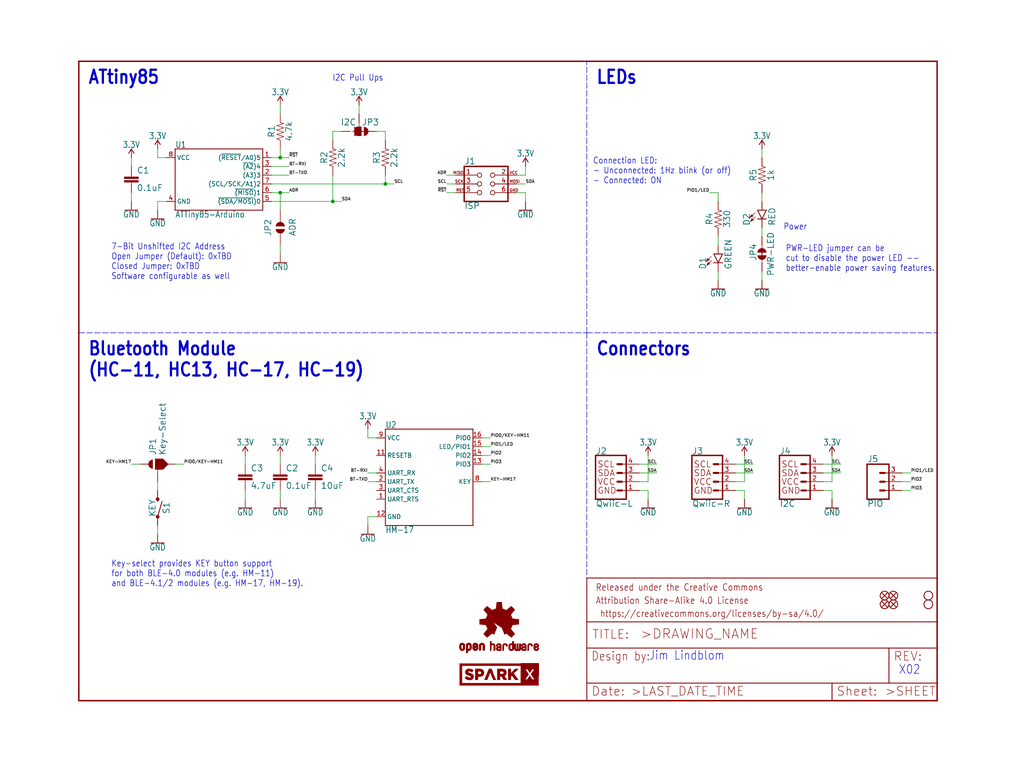
<source format=kicad_sch>
(kicad_sch (version 20211123) (generator eeschema)
  (paper "User" 297.002 223.926)
  (lib_symbols
    (symbol "eagleSchem-eagle-import:0.1UF-0603-25V-(+80{slash}-20%)"
      (property "Reference" "C" (at 1.524 2.921 0))
      (property "Value" "0.1UF-0603-25V-(+80{slash}-20%)" (at 1.524 -2.159 0))
      (symbol "0.1UF-0603-25V-(+80{slash}-20%)_1_0"
        (pin passive line (at 0 5.08 270) (length 2.54) (name "1") (number "1"))
        (pin passive line (at 0 -2.54 90) (length 2.54) (name "2") (number "2"))
      )
    )
    (symbol "eagleSchem-eagle-import:10UF-0603-6.3V-20%"
      (property "Reference" "C" (at 1.524 2.921 0))
      (property "Value" "10UF-0603-6.3V-20%" (at 1.524 -2.159 0))
      (symbol "10UF-0603-6.3V-20%_1_0"
        (pin passive line (at 0 5.08 270) (length 2.54) (name "1") (number "1"))
        (pin passive line (at 0 -2.54 90) (length 2.54) (name "2") (number "2"))
      )
    )
    (symbol "eagleSchem-eagle-import:1KOHM-0603-1{slash}10W-1%"
      (property "Reference" "R" (at 0 1.524 0))
      (property "Value" "1KOHM-0603-1{slash}10W-1%" (at 0 -1.524 0))
      (symbol "1KOHM-0603-1{slash}10W-1%_1_0"
        (pin passive line (at -5.08 0 0) (length 2.54) (name "1") (number "1"))
        (pin passive line (at 5.08 0 180) (length 2.54) (name "2") (number "2"))
      )
    )
    (symbol "eagleSchem-eagle-import:2.2KOHM-0603-1{slash}10W-1%"
      (property "Reference" "R" (at 0 1.524 0))
      (property "Value" "2.2KOHM-0603-1{slash}10W-1%" (at 0 -1.524 0))
      (symbol "2.2KOHM-0603-1{slash}10W-1%_1_0"
        (pin passive line (at -5.08 0 0) (length 2.54) (name "1") (number "1"))
        (pin passive line (at 5.08 0 180) (length 2.54) (name "2") (number "2"))
      )
    )
    (symbol "eagleSchem-eagle-import:3.3V" (power)
      (property "Value" "3.3V" (at 0 2.794 0))
      (symbol "3.3V_1_0"
        (pin power_in line (at 0 0 90) (length 2.54) (name "3.3V") (number "1"))
      )
    )
    (symbol "eagleSchem-eagle-import:330OHM-0603-1{slash}10W-1%"
      (property "Reference" "R" (at 0 1.524 0))
      (property "Value" "330OHM-0603-1{slash}10W-1%" (at 0 -1.524 0))
      (symbol "330OHM-0603-1{slash}10W-1%_1_0"
        (pin passive line (at -5.08 0 0) (length 2.54) (name "1") (number "1"))
        (pin passive line (at 5.08 0 180) (length 2.54) (name "2") (number "2"))
      )
    )
    (symbol "eagleSchem-eagle-import:4.7KOHM-0603-1{slash}10W-1%"
      (property "Reference" "R" (at 0 1.524 0))
      (property "Value" "4.7KOHM-0603-1{slash}10W-1%" (at 0 -1.524 0))
      (symbol "4.7KOHM-0603-1{slash}10W-1%_1_0"
        (pin passive line (at -5.08 0 0) (length 2.54) (name "1") (number "1"))
        (pin passive line (at 5.08 0 180) (length 2.54) (name "2") (number "2"))
      )
    )
    (symbol "eagleSchem-eagle-import:4.7UF-0603-6.3V-(10%)"
      (property "Reference" "C" (at 1.524 2.921 0))
      (property "Value" "4.7UF-0603-6.3V-(10%)" (at 1.524 -2.159 0))
      (symbol "4.7UF-0603-6.3V-(10%)_1_0"
        (pin passive line (at 0 5.08 270) (length 2.54) (name "1") (number "1"))
        (pin passive line (at 0 -2.54 90) (length 2.54) (name "2") (number "2"))
      )
    )
    (symbol "eagleSchem-eagle-import:ATTINY85-ARDUINOTINY85-20-SMT"
      (property "Reference" "U" (at -12.7 10.414 0))
      (property "Value" "ATTINY85-ARDUINOTINY85-20-SMT" (at -12.7 -7.874 0))
      (symbol "ATTINY85-ARDUINOTINY85-20-SMT_1_0"
        (pin bidirectional line (at 15.24 7.62 180) (length 2.54) (name "(~{RESET}/A0)5") (number "1"))
        (pin bidirectional line (at 15.24 2.54 180) (length 2.54) (name "(A3)3") (number "2"))
        (pin bidirectional line (at 15.24 5.08 180) (length 2.54) (name "~{(A2})4") (number "3"))
        (pin bidirectional line (at -15.24 -5.08 0) (length 2.54) (name "GND") (number "4"))
        (pin bidirectional line (at 15.24 -5.08 180) (length 2.54) (name "~{(SDA/MOSI})0") (number "5"))
        (pin bidirectional line (at 15.24 -2.54 180) (length 2.54) (name "~{(MISO})1") (number "6"))
        (pin bidirectional line (at 15.24 0 180) (length 2.54) (name "(SCL/SCK/A1)2") (number "7"))
        (pin bidirectional line (at -15.24 7.62 0) (length 2.54) (name "VCC") (number "8"))
      )
    )
    (symbol "eagleSchem-eagle-import:AVR_SPI_PROG_3X2TESTPOINTS"
      (property "Reference" "J" (at -5.08 5.588 0))
      (property "Value" "AVR_SPI_PROG_3X2TESTPOINTS" (at -5.08 -7.366 0))
      (symbol "AVR_SPI_PROG_3X2TESTPOINTS_1_0"
        (text "GND" (at 8.001 -2.286 0) (effects (font (size 0.8128 0.8128)) (justify left bottom)))
        (text "MISO" (at -5.207 2.794 0) (effects (font (size 0.8128 0.8128)) (justify right bottom)))
        (text "MOSI" (at 8.001 0.254 0) (effects (font (size 0.8128 0.8128)) (justify left bottom)))
        (text "RST" (at -5.08 -2.286 0) (effects (font (size 0.8128 0.8128)) (justify right bottom)))
        (text "SCK" (at -5.207 0.254 0) (effects (font (size 0.8128 0.8128)) (justify right bottom)))
        (text "VCC" (at 8.001 2.794 0) (effects (font (size 0.8128 0.8128)) (justify left bottom)))
        (pin passive inverted (at -7.62 2.54 0) (length 7.62) (name "1") (number "1"))
        (pin passive inverted (at 10.16 2.54 180) (length 7.62) (name "2") (number "2"))
        (pin passive inverted (at -7.62 0 0) (length 7.62) (name "3") (number "3"))
        (pin passive inverted (at 10.16 0 180) (length 7.62) (name "4") (number "4"))
        (pin passive inverted (at -7.62 -2.54 0) (length 7.62) (name "5") (number "5"))
        (pin passive inverted (at 10.16 -2.54 180) (length 7.62) (name "6") (number "6"))
      )
    )
    (symbol "eagleSchem-eagle-import:CONN_031X03_NO_SILK"
      (property "Reference" "J" (at -2.54 5.588 0))
      (property "Value" "CONN_031X03_NO_SILK" (at -2.54 -7.366 0))
      (symbol "CONN_031X03_NO_SILK_1_0"
        (pin passive line (at 7.62 -2.54 180) (length 5.08) (name "1") (number "1"))
        (pin passive line (at 7.62 0 180) (length 5.08) (name "2") (number "2"))
        (pin passive line (at 7.62 2.54 180) (length 5.08) (name "3") (number "3"))
      )
    )
    (symbol "eagleSchem-eagle-import:FIDUCIALUFIDUCIAL")
    (symbol "eagleSchem-eagle-import:FRAME-LETTER"
      (symbol "FRAME-LETTER_2_0"
        (text " https://creativecommons.org/licenses/by-sa/4.0/" (at 2.54 24.13 0) (effects (font (size 1.9304 1.6408)) (justify left bottom)))
        (text ">DRAWING_NAME" (at 15.494 17.78 0) (effects (font (size 2.7432 2.7432)) (justify left bottom)))
        (text ">LAST_DATE_TIME" (at 12.7 1.27 0) (effects (font (size 2.54 2.54)) (justify left bottom)))
        (text ">SHEET" (at 86.36 1.27 0) (effects (font (size 2.54 2.54)) (justify left bottom)))
        (text "Attribution Share-Alike 4.0 License" (at 2.54 27.94 0) (effects (font (size 1.9304 1.6408)) (justify left bottom)))
        (text "Date:" (at 1.27 1.27 0) (effects (font (size 2.54 2.54)) (justify left bottom)))
        (text "Design by:" (at 1.27 11.43 0) (effects (font (size 2.54 2.159)) (justify left bottom)))
        (text "Released under the Creative Commons" (at 2.54 31.75 0) (effects (font (size 1.9304 1.6408)) (justify left bottom)))
        (text "REV:" (at 88.9 11.43 0) (effects (font (size 2.54 2.54)) (justify left bottom)))
        (text "Sheet:" (at 72.39 1.27 0) (effects (font (size 2.54 2.54)) (justify left bottom)))
        (text "TITLE:" (at 1.524 17.78 0) (effects (font (size 2.54 2.54)) (justify left bottom)))
      )
    )
    (symbol "eagleSchem-eagle-import:GND" (power)
      (property "Value" "GND" (at 0 -0.254 0))
      (symbol "GND_1_0"
        (pin power_in line (at 0 2.54 270) (length 2.54) (name "GND") (number "1"))
      )
    )
    (symbol "eagleSchem-eagle-import:HM-17"
      (property "Reference" "U" (at -12.7 15.494 0))
      (property "Value" "HM-17" (at -12.7 -12.954 0))
      (symbol "HM-17_1_0"
        (pin bidirectional line (at -15.24 -5.08 0) (length 2.54) (name "UART_RTS") (number "1"))
        (pin bidirectional line (at -15.24 7.62 0) (length 2.54) (name "RESETB") (number "11"))
        (pin bidirectional line (at -15.24 -10.16 0) (length 2.54) (name "GND") (number "12"))
        (pin bidirectional line (at 15.24 5.08 180) (length 2.54) (name "PIO3") (number "13"))
        (pin bidirectional line (at 15.24 7.62 180) (length 2.54) (name "PIO2") (number "14"))
        (pin bidirectional line (at 15.24 10.16 180) (length 2.54) (name "LED/PIO1") (number "15"))
        (pin bidirectional line (at 15.24 12.7 180) (length 2.54) (name "PIO0") (number "16"))
        (pin bidirectional line (at -15.24 0 0) (length 2.54) (name "UART_TX") (number "2"))
        (pin bidirectional line (at -15.24 -2.54 0) (length 2.54) (name "UART_CTS") (number "3"))
        (pin bidirectional line (at -15.24 2.54 0) (length 2.54) (name "UART_RX") (number "4"))
        (pin bidirectional line (at 15.24 0 180) (length 2.54) (name "KEY") (number "8"))
        (pin bidirectional line (at -15.24 12.7 0) (length 2.54) (name "VCC") (number "9"))
      )
    )
    (symbol "eagleSchem-eagle-import:I2C_STANDARD_NO_SILK"
      (property "Reference" "J" (at -5.08 7.874 0))
      (property "Value" "I2C_STANDARD_NO_SILK" (at -5.08 -5.334 0))
      (symbol "I2C_STANDARD_NO_SILK_1_0"
        (text "GND" (at -4.572 -2.54 0) (effects (font (size 1.778 1.778)) (justify left)))
        (text "SCL" (at -4.572 5.08 0) (effects (font (size 1.778 1.778)) (justify left)))
        (text "SDA" (at -4.572 2.54 0) (effects (font (size 1.778 1.778)) (justify left)))
        (text "VCC" (at -4.572 0 0) (effects (font (size 1.778 1.778)) (justify left)))
        (pin power_in line (at 7.62 -2.54 180) (length 5.08) (name "GND") (number "1"))
        (pin power_in line (at 7.62 0 180) (length 5.08) (name "VCC") (number "2"))
        (pin passive line (at 7.62 2.54 180) (length 5.08) (name "SDA") (number "3"))
        (pin passive line (at 7.62 5.08 180) (length 5.08) (name "SCL") (number "4"))
      )
    )
    (symbol "eagleSchem-eagle-import:JUMPER-SMT_2_NC_TRACE_NO-SILK"
      (property "Reference" "JP" (at -2.54 2.54 0))
      (property "Value" "JUMPER-SMT_2_NC_TRACE_NO-SILK" (at -2.54 -2.54 0))
      (symbol "JUMPER-SMT_2_NC_TRACE_NO-SILK_1_0"
        (pin passive line (at -5.08 0 0) (length 2.54) (name "1") (number "1"))
        (pin passive line (at 5.08 0 180) (length 2.54) (name "2") (number "2"))
      )
    )
    (symbol "eagleSchem-eagle-import:JUMPER-SMT_2_NO_NO-SILK"
      (property "Reference" "JP" (at -2.54 2.54 0))
      (property "Value" "JUMPER-SMT_2_NO_NO-SILK" (at -2.54 -2.54 0))
      (symbol "JUMPER-SMT_2_NO_NO-SILK_1_0"
        (pin passive line (at -5.08 0 0) (length 2.54) (name "1") (number "1"))
        (pin passive line (at 5.08 0 180) (length 2.54) (name "2") (number "2"))
      )
    )
    (symbol "eagleSchem-eagle-import:JUMPER-SMT_3_1-NC_PASTE_NO-SILK"
      (property "Reference" "JP" (at 2.54 0.381 0))
      (property "Value" "JUMPER-SMT_3_1-NC_PASTE_NO-SILK" (at 2.54 -0.381 0))
      (symbol "JUMPER-SMT_3_1-NC_PASTE_NO-SILK_1_0"
        (pin passive line (at 0 5.08 270) (length 2.54) (name "1") (number "1"))
        (pin passive line (at -5.08 0 0) (length 2.54) (name "2") (number "2"))
        (pin passive line (at 0 -5.08 90) (length 2.54) (name "3") (number "3"))
      )
    )
    (symbol "eagleSchem-eagle-import:JUMPER-SMT_3_2-NC_TRACE_NO-SILK"
      (property "Reference" "JP" (at 2.54 0.381 0))
      (property "Value" "JUMPER-SMT_3_2-NC_TRACE_NO-SILK" (at 2.54 -0.381 0))
      (symbol "JUMPER-SMT_3_2-NC_TRACE_NO-SILK_1_0"
        (pin passive line (at 0 5.08 270) (length 2.54) (name "1") (number "1"))
        (pin passive line (at -5.08 0 0) (length 2.54) (name "2") (number "2"))
        (pin passive line (at 0 -5.08 90) (length 2.54) (name "3") (number "3"))
      )
    )
    (symbol "eagleSchem-eagle-import:LED-GREEN0603"
      (property "Reference" "D" (at -3.429 -4.572 90))
      (property "Value" "LED-GREEN0603" (at 1.905 -4.572 90))
      (symbol "LED-GREEN0603_1_0"
        (pin passive line (at 0 2.54 270) (length 2.54) (name "A") (number "A"))
        (pin passive line (at 0 -5.08 90) (length 2.54) (name "C") (number "C"))
      )
    )
    (symbol "eagleSchem-eagle-import:LED-RED0603"
      (property "Reference" "D" (at -3.429 -4.572 90))
      (property "Value" "LED-RED0603" (at 1.905 -4.572 90))
      (symbol "LED-RED0603_1_0"
        (pin passive line (at 0 2.54 270) (length 2.54) (name "A") (number "A"))
        (pin passive line (at 0 -5.08 90) (length 2.54) (name "C") (number "C"))
      )
    )
    (symbol "eagleSchem-eagle-import:MOMENTARY-SWITCH-SPST-SMD-4.6X2.8MM"
      (property "Reference" "S" (at 0 1.524 0))
      (property "Value" "MOMENTARY-SWITCH-SPST-SMD-4.6X2.8MM" (at 0 -0.508 0))
      (symbol "MOMENTARY-SWITCH-SPST-SMD-4.6X2.8MM_1_0"
        (pin passive line (at -5.08 0 0) (length 2.54) (name "1") (number "1"))
        (pin passive line (at -5.08 0 0) (length 2.54) (name "1") (number "2"))
        (pin passive line (at 5.08 0 180) (length 2.54) (name "2") (number "3"))
        (pin passive line (at 5.08 0 180) (length 2.54) (name "2") (number "4"))
      )
    )
    (symbol "eagleSchem-eagle-import:OSHW-LOGOMINI")
    (symbol "eagleSchem-eagle-import:QWIIC_CONNECTORJS-1MM"
      (property "Reference" "J" (at -5.08 7.874 0))
      (property "Value" "QWIIC_CONNECTORJS-1MM" (at -5.08 -5.334 0))
      (symbol "QWIIC_CONNECTORJS-1MM_1_0"
        (text "GND" (at -4.572 -2.54 0) (effects (font (size 1.778 1.778)) (justify left)))
        (text "SCL" (at -4.572 5.08 0) (effects (font (size 1.778 1.778)) (justify left)))
        (text "SDA" (at -4.572 2.54 0) (effects (font (size 1.778 1.778)) (justify left)))
        (text "VCC" (at -4.572 0 0) (effects (font (size 1.778 1.778)) (justify left)))
        (pin power_in line (at 7.62 -2.54 180) (length 5.08) (name "1") (number "1"))
        (pin power_in line (at 7.62 0 180) (length 5.08) (name "2") (number "2"))
        (pin passive line (at 7.62 2.54 180) (length 5.08) (name "3") (number "3"))
        (pin passive line (at 7.62 5.08 180) (length 5.08) (name "4") (number "4"))
      )
    )
    (symbol "eagleSchem-eagle-import:SPARKX-LOGO4")
    (symbol "eagleSchem-eagle-import:STAND-OFF")
  )
  (junction (at 81.28 45.72))
  (junction (at 81.28 55.88))
  (junction (at 96.52 58.42))
  (junction (at 111.76 53.34))
  (wire (pts (xy 45.72 154.94) (xy 45.72 152.4)))
  (wire (pts (xy 238.76 142.24) (xy 241.3 142.24)))
  (wire (pts (xy 208.28 58.42) (xy 208.28 55.88)))
  (wire (pts (xy 238.76 137.16) (xy 243.84 137.16)))
  (wire (pts (xy 106.68 149.86) (xy 106.68 152.4)))
  (polyline (pts (xy 170.18 96.52) (xy 271.78 96.52)))
  (wire (pts (xy 81.28 55.88) (xy 83.82 55.88)))
  (wire (pts (xy 71.12 132.08) (xy 71.12 134.62)))
  (wire (pts (xy 99.06 38.1) (xy 96.52 38.1)))
  (wire (pts (xy 241.3 139.7) (xy 241.3 132.08)))
  (wire (pts (xy 50.8 134.62) (xy 53.34 134.62)))
  (wire (pts (xy 109.22 127) (xy 106.68 127)))
  (wire (pts (xy 208.28 71.12) (xy 208.28 68.58)))
  (wire (pts (xy 96.52 50.8) (xy 96.52 58.42)))
  (wire (pts (xy 261.62 139.7) (xy 264.16 139.7)))
  (wire (pts (xy 238.76 134.62) (xy 243.84 134.62)))
  (wire (pts (xy 215.9 142.24) (xy 215.9 144.78)))
  (wire (pts (xy 109.22 137.16) (xy 106.68 137.16)))
  (wire (pts (xy 81.28 55.88) (xy 81.28 60.96)))
  (wire (pts (xy 109.22 38.1) (xy 111.76 38.1)))
  (wire (pts (xy 238.76 139.7) (xy 241.3 139.7)))
  (wire (pts (xy 132.08 55.88) (xy 129.54 55.88)))
  (wire (pts (xy 187.96 142.24) (xy 187.96 144.78)))
  (wire (pts (xy 81.28 45.72) (xy 81.28 43.18)))
  (wire (pts (xy 215.9 139.7) (xy 215.9 132.08)))
  (wire (pts (xy 185.42 139.7) (xy 187.96 139.7)))
  (wire (pts (xy 111.76 38.1) (xy 111.76 40.64)))
  (wire (pts (xy 187.96 139.7) (xy 187.96 132.08)))
  (wire (pts (xy 139.7 139.7) (xy 142.24 139.7)))
  (wire (pts (xy 152.4 55.88) (xy 152.4 58.42)))
  (wire (pts (xy 91.44 144.78) (xy 91.44 142.24)))
  (wire (pts (xy 45.72 142.24) (xy 45.72 139.7)))
  (wire (pts (xy 241.3 142.24) (xy 241.3 144.78)))
  (wire (pts (xy 220.98 78.74) (xy 220.98 81.28)))
  (wire (pts (xy 78.74 50.8) (xy 83.82 50.8)))
  (wire (pts (xy 48.26 45.72) (xy 45.72 45.72)))
  (wire (pts (xy 185.42 142.24) (xy 187.96 142.24)))
  (wire (pts (xy 45.72 58.42) (xy 45.72 60.96)))
  (polyline (pts (xy 170.18 96.52) (xy 170.18 167.64)))
  (wire (pts (xy 78.74 48.26) (xy 83.82 48.26)))
  (wire (pts (xy 213.36 139.7) (xy 215.9 139.7)))
  (wire (pts (xy 208.28 55.88) (xy 205.74 55.88)))
  (wire (pts (xy 45.72 45.72) (xy 45.72 43.18)))
  (wire (pts (xy 109.22 139.7) (xy 106.68 139.7)))
  (wire (pts (xy 185.42 134.62) (xy 190.5 134.62)))
  (wire (pts (xy 96.52 58.42) (xy 99.06 58.42)))
  (wire (pts (xy 132.08 53.34) (xy 129.54 53.34)))
  (wire (pts (xy 81.28 30.48) (xy 81.28 33.02)))
  (wire (pts (xy 111.76 53.34) (xy 114.3 53.34)))
  (wire (pts (xy 78.74 58.42) (xy 96.52 58.42)))
  (wire (pts (xy 38.1 48.26) (xy 38.1 45.72)))
  (wire (pts (xy 149.86 53.34) (xy 152.4 53.34)))
  (wire (pts (xy 91.44 132.08) (xy 91.44 134.62)))
  (wire (pts (xy 40.64 134.62) (xy 38.1 134.62)))
  (wire (pts (xy 139.7 132.08) (xy 142.24 132.08)))
  (wire (pts (xy 104.14 33.02) (xy 104.14 30.48)))
  (wire (pts (xy 213.36 142.24) (xy 215.9 142.24)))
  (wire (pts (xy 139.7 127) (xy 142.24 127)))
  (wire (pts (xy 106.68 127) (xy 106.68 124.46)))
  (wire (pts (xy 220.98 58.42) (xy 220.98 55.88)))
  (wire (pts (xy 220.98 45.72) (xy 220.98 43.18)))
  (wire (pts (xy 149.86 50.8) (xy 152.4 50.8)))
  (wire (pts (xy 139.7 134.62) (xy 142.24 134.62)))
  (wire (pts (xy 111.76 50.8) (xy 111.76 53.34)))
  (wire (pts (xy 38.1 55.88) (xy 38.1 58.42)))
  (wire (pts (xy 81.28 132.08) (xy 81.28 134.62)))
  (wire (pts (xy 78.74 55.88) (xy 81.28 55.88)))
  (wire (pts (xy 71.12 144.78) (xy 71.12 142.24)))
  (wire (pts (xy 78.74 45.72) (xy 81.28 45.72)))
  (wire (pts (xy 213.36 134.62) (xy 218.44 134.62)))
  (wire (pts (xy 220.98 68.58) (xy 220.98 66.04)))
  (wire (pts (xy 261.62 137.16) (xy 264.16 137.16)))
  (wire (pts (xy 48.26 58.42) (xy 45.72 58.42)))
  (polyline (pts (xy 22.86 96.52) (xy 170.18 96.52)))
  (wire (pts (xy 132.08 50.8) (xy 129.54 50.8)))
  (wire (pts (xy 152.4 48.26) (xy 152.4 50.8)))
  (wire (pts (xy 149.86 55.88) (xy 152.4 55.88)))
  (wire (pts (xy 81.28 45.72) (xy 83.82 45.72)))
  (wire (pts (xy 185.42 137.16) (xy 190.5 137.16)))
  (wire (pts (xy 109.22 149.86) (xy 106.68 149.86)))
  (wire (pts (xy 96.52 38.1) (xy 96.52 40.64)))
  (wire (pts (xy 208.28 81.28) (xy 208.28 78.74)))
  (wire (pts (xy 261.62 142.24) (xy 264.16 142.24)))
  (wire (pts (xy 213.36 137.16) (xy 218.44 137.16)))
  (polyline (pts (xy 170.18 96.52) (xy 170.18 17.78)))
  (wire (pts (xy 111.76 53.34) (xy 78.74 53.34)))
  (wire (pts (xy 139.7 129.54) (xy 142.24 129.54)))
  (wire (pts (xy 81.28 144.78) (xy 81.28 142.24)))
  (wire (pts (xy 81.28 71.12) (xy 81.28 73.66)))
  (text "7-Bit Unshifted I2C Address\nOpen Jumper (Default): 0xTBD\nClosed Jumper: 0xTBD\nSoftware configurable as well" (at 32.258 81.28 180) (effects (font (size 1.778 1.5113)) (justify left bottom)))
  (text "Connection LED:\n- Unconnected: 1Hz blink (or off)\n- Connected: ON" (at 171.958 45.72 180) (effects (font (size 1.778 1.5113)) (justify left top)))
  (text "X02" (at 260.604 195.834 180) (effects (font (size 2.54 2.159)) (justify left bottom)))
  (text "ATtiny85" (at 25.4 20.32 180) (effects (font (size 3.81 3.2385) (thickness 0.6477) bold) (justify left top)))
  (text "I2C Pull Ups" (at 96.393 23.749 180) (effects (font (size 1.778 1.5113)) (justify left bottom)))
  (text "LEDs" (at 172.72 20.32 180) (effects (font (size 3.81 3.2385) (thickness 0.6477) bold) (justify left top)))
  (text "Key-select provides KEY button support\nfor both BLE-4.0 modules (e.g. HM-11)\nand BLE-4.1/2 modules (e.g. HM-17, HM-19)." (at 32.258 162.56 180) (effects (font (size 1.778 1.5113)) (justify left top)))
  (text "PWR-LED jumper can be\ncut to disable the power LED --\nbetter-enable power saving features." (at 227.838 71.12 180) (effects (font (size 1.778 1.5113)) (justify left top)))
  (text "Connectors" (at 172.72 99.06 180) (effects (font (size 3.81 3.2385) (thickness 0.6477) bold) (justify left top)))
  (text "Jim Lindblom" (at 188.214 191.77 180) (effects (font (size 2.54 2.159)) (justify left bottom)))
  (text "Power" (at 227.203 66.929 180) (effects (font (size 1.778 1.5113)) (justify left bottom)))
  (text "Bluetooth Module\n(HC-11, HC13, HC-17, HC-19)" (at 25.4 99.06 180) (effects (font (size 3.81 3.2385) (thickness 0.6477) bold) (justify left top)))
  (label "SCL" (at 129.54 53.34 180) (effects (font (size 0.889 0.889))))
  (label "PIO1/LED" (at 205.74 55.88 180) (effects (font (size 0.889 0.889))))
  (label "~{RST}" (at 83.82 45.72 0) (effects (font (size 0.889 0.889))))
  (label "BT-RXI" (at 83.82 48.26 0) (effects (font (size 0.889 0.889))))
  (label "PIO2" (at 264.16 139.7 0) (effects (font (size 0.889 0.889))))
  (label "SCL" (at 114.3 53.34 0) (effects (font (size 0.889 0.889))))
  (label "SDA" (at 218.44 137.16 180) (effects (font (size 0.889 0.889))))
  (label "BT-RXI" (at 106.68 137.16 180) (effects (font (size 0.889 0.889))))
  (label "SCL" (at 190.5 134.62 180) (effects (font (size 0.889 0.889))))
  (label "~{RST}" (at 129.54 55.88 180) (effects (font (size 0.889 0.889))))
  (label "SCL" (at 243.84 134.62 180) (effects (font (size 0.889 0.889))))
  (label "PIO1/LED" (at 264.16 137.16 0) (effects (font (size 0.889 0.889))))
  (label "KEY-HM17" (at 38.1 134.62 180) (effects (font (size 0.889 0.889))))
  (label "PIO0/KEY-HM11" (at 142.24 127 0) (effects (font (size 0.889 0.889))))
  (label "SDA" (at 152.4 53.34 0) (effects (font (size 0.889 0.889))))
  (label "SDA" (at 99.06 58.42 0) (effects (font (size 0.889 0.889))))
  (label "PIO0/KEY-HM11" (at 53.34 134.62 0) (effects (font (size 0.889 0.889))))
  (label "SCL" (at 218.44 134.62 180) (effects (font (size 0.889 0.889))))
  (label "ADR" (at 129.54 50.8 180) (effects (font (size 0.889 0.889))))
  (label "PIO1/LED" (at 142.24 129.54 0) (effects (font (size 0.889 0.889))))
  (label "PIO2" (at 142.24 132.08 0) (effects (font (size 0.889 0.889))))
  (label "SDA" (at 243.84 137.16 180) (effects (font (size 0.889 0.889))))
  (label "PIO3" (at 264.16 142.24 0) (effects (font (size 0.889 0.889))))
  (label "BT-TXO" (at 106.68 139.7 180) (effects (font (size 0.889 0.889))))
  (label "SDA" (at 190.5 137.16 180) (effects (font (size 0.889 0.889))))
  (label "ADR" (at 83.82 55.88 0) (effects (font (size 0.889 0.889))))
  (label "PIO3" (at 142.24 134.62 0) (effects (font (size 0.889 0.889))))
  (label "BT-TXO" (at 83.82 50.8 0) (effects (font (size 0.889 0.889))))
  (label "KEY-HM17" (at 142.24 139.7 0) (effects (font (size 0.889 0.889))))
  (symbol (lib_id "eagleSchem-eagle-import:GND") (at 208.28 83.82 0) (unit 1)
    (property "Reference" "#GND9" (effects hide))
    (property "Value" "GND" (at 208.28 84.074 0) (effects (font (size 1.778 1.5113)) (justify top)))
    (property "Footprint" "eagleSchem:" (effects hide))
  )
  (symbol (lib_id "eagleSchem-eagle-import:3.3V") (at 38.1 45.72 0) (unit 1)
    (property "Reference" "#SUPPLY1" (effects hide))
    (property "Value" "3.3V" (at 38.1 42.926 0) (effects (font (size 1.778 1.5113)) (justify bottom)))
    (property "Footprint" "eagleSchem:" (effects hide))
  )
  (symbol (lib_id "eagleSchem-eagle-import:3.3V") (at 81.28 30.48 0) (unit 1)
    (property "Reference" "#SUPPLY3" (effects hide))
    (property "Value" "3.3V" (at 81.28 27.686 0) (effects (font (size 1.778 1.5113)) (justify bottom)))
    (property "Footprint" "eagleSchem:" (effects hide))
  )
  (symbol (lib_id "eagleSchem-eagle-import:QWIIC_CONNECTORJS-1MM") (at 177.8 139.7 0) (unit 1)
    (property "Reference" "J2" (at 172.72 131.826 0) (effects (font (size 1.778 1.778)) (justify left bottom)))
    (property "Value" "Qwiic-L" (at 172.72 145.034 0) (effects (font (size 1.778 1.778)) (justify left top)))
    (property "Footprint" "eagleSchem:1X04_1MM_RA" (effects hide))
  )
  (symbol (lib_id "eagleSchem-eagle-import:QWIIC_CONNECTORJS-1MM") (at 205.74 139.7 0) (unit 1)
    (property "Reference" "J3" (at 200.66 131.826 0) (effects (font (size 1.778 1.778)) (justify left bottom)))
    (property "Value" "Qwiic-R" (at 200.66 145.034 0) (effects (font (size 1.778 1.778)) (justify left top)))
    (property "Footprint" "eagleSchem:1X04_1MM_RA" (effects hide))
  )
  (symbol (lib_id "eagleSchem-eagle-import:3.3V") (at 215.9 132.08 0) (mirror y) (unit 1)
    (property "Reference" "#SUPPLY10" (effects hide))
    (property "Value" "3.3V" (at 215.9 129.286 0) (effects (font (size 1.778 1.5113)) (justify bottom)))
    (property "Footprint" "eagleSchem:" (effects hide))
  )
  (symbol (lib_id "eagleSchem-eagle-import:0.1UF-0603-25V-(+80{slash}-20%)") (at 81.28 139.7 0) (unit 1)
    (property "Reference" "C2" (at 82.804 136.779 0) (effects (font (size 1.778 1.778)) (justify left bottom)))
    (property "Value" "0.1uF" (at 82.804 141.859 0) (effects (font (size 1.778 1.778)) (justify left bottom)))
    (property "Footprint" "eagleSchem:0603" (effects hide))
  )
  (symbol (lib_id "eagleSchem-eagle-import:CONN_031X03_NO_SILK") (at 254 139.7 0) (unit 1)
    (property "Reference" "J5" (at 251.46 134.112 0) (effects (font (size 1.778 1.778)) (justify left bottom)))
    (property "Value" "PIO" (at 251.46 147.066 0) (effects (font (size 1.778 1.778)) (justify left bottom)))
    (property "Footprint" "eagleSchem:1X03_NO_SILK" (effects hide))
  )
  (symbol (lib_id "eagleSchem-eagle-import:GND") (at 71.12 147.32 0) (unit 1)
    (property "Reference" "#GND13" (effects hide))
    (property "Value" "GND" (at 71.12 147.574 0) (effects (font (size 1.778 1.5113)) (justify top)))
    (property "Footprint" "eagleSchem:" (effects hide))
  )
  (symbol (lib_id "eagleSchem-eagle-import:GND") (at 152.4 60.96 0) (unit 1)
    (property "Reference" "#GND7" (effects hide))
    (property "Value" "GND" (at 152.4 61.214 0) (effects (font (size 1.778 1.5113)) (justify top)))
    (property "Footprint" "eagleSchem:" (effects hide))
  )
  (symbol (lib_id "eagleSchem-eagle-import:ATTINY85-ARDUINOTINY85-20-SMT") (at 63.5 53.34 0) (unit 1)
    (property "Reference" "U1" (at 50.8 42.926 0) (effects (font (size 1.778 1.5113)) (justify left bottom)))
    (property "Value" "ATTiny85-Arduino" (at 50.8 61.214 0) (effects (font (size 1.778 1.5113)) (justify left top)))
    (property "Footprint" "eagleSchem:SO08-EIAJ_MCU" (effects hide))
  )
  (symbol (lib_id "eagleSchem-eagle-import:3.3V") (at 152.4 48.26 0) (unit 1)
    (property "Reference" "#SUPPLY7" (effects hide))
    (property "Value" "3.3V" (at 152.4 45.466 0) (effects (font (size 1.778 1.5113)) (justify bottom)))
    (property "Footprint" "eagleSchem:" (effects hide))
  )
  (symbol (lib_id "eagleSchem-eagle-import:330OHM-0603-1{slash}10W-1%") (at 208.28 63.5 90) (unit 1)
    (property "Reference" "R4" (at 206.756 63.5 0) (effects (font (size 1.778 1.778)) (justify bottom)))
    (property "Value" "330" (at 209.804 63.5 0) (effects (font (size 1.778 1.778)) (justify top)))
    (property "Footprint" "eagleSchem:0603" (effects hide))
  )
  (symbol (lib_id "eagleSchem-eagle-import:JUMPER-SMT_3_2-NC_TRACE_NO-SILK") (at 104.14 38.1 270) (unit 1)
    (property "Reference" "JP3" (at 104.902 36.449 90) (effects (font (size 1.778 1.778)) (justify left bottom)))
    (property "Value" "I2C" (at 103.378 36.449 90) (effects (font (size 1.778 1.778)) (justify right bottom)))
    (property "Footprint" "eagleSchem:SMT-JUMPER_3_2-NC_TRACE_NO-SILK" (effects hide))
  )
  (symbol (lib_id "eagleSchem-eagle-import:3.3V") (at 71.12 132.08 0) (unit 1)
    (property "Reference" "#SUPPLY12" (effects hide))
    (property "Value" "3.3V" (at 71.12 129.286 0) (effects (font (size 1.778 1.5113)) (justify bottom)))
    (property "Footprint" "eagleSchem:" (effects hide))
  )
  (symbol (lib_id "eagleSchem-eagle-import:3.3V") (at 220.98 43.18 0) (unit 1)
    (property "Reference" "#SUPPLY9" (effects hide))
    (property "Value" "3.3V" (at 220.98 40.386 0) (effects (font (size 1.778 1.5113)) (justify bottom)))
    (property "Footprint" "eagleSchem:" (effects hide))
  )
  (symbol (lib_id "eagleSchem-eagle-import:4.7UF-0603-6.3V-(10%)") (at 71.12 139.7 0) (unit 1)
    (property "Reference" "C3" (at 72.644 136.779 0) (effects (font (size 1.778 1.778)) (justify left bottom)))
    (property "Value" "4.7uF" (at 72.644 141.859 0) (effects (font (size 1.778 1.778)) (justify left bottom)))
    (property "Footprint" "eagleSchem:0603" (effects hide))
  )
  (symbol (lib_id "eagleSchem-eagle-import:4.7KOHM-0603-1{slash}10W-1%") (at 81.28 38.1 90) (unit 1)
    (property "Reference" "R1" (at 79.756 38.1 0) (effects (font (size 1.778 1.778)) (justify bottom)))
    (property "Value" "4.7k" (at 82.804 38.1 0) (effects (font (size 1.778 1.778)) (justify top)))
    (property "Footprint" "eagleSchem:0603" (effects hide))
  )
  (symbol (lib_id "eagleSchem-eagle-import:GND") (at 241.3 147.32 0) (mirror y) (unit 1)
    (property "Reference" "#GND12" (effects hide))
    (property "Value" "GND" (at 241.3 147.574 0) (effects (font (size 1.778 1.5113)) (justify top)))
    (property "Footprint" "eagleSchem:" (effects hide))
  )
  (symbol (lib_id "eagleSchem-eagle-import:2.2KOHM-0603-1{slash}10W-1%") (at 96.52 45.72 90) (unit 1)
    (property "Reference" "R2" (at 94.996 45.72 0) (effects (font (size 1.778 1.778)) (justify bottom)))
    (property "Value" "2.2k" (at 98.044 45.72 0) (effects (font (size 1.778 1.778)) (justify top)))
    (property "Footprint" "eagleSchem:0603" (effects hide))
  )
  (symbol (lib_id "eagleSchem-eagle-import:GND") (at 45.72 63.5 0) (mirror y) (unit 1)
    (property "Reference" "#GND2" (effects hide))
    (property "Value" "GND" (at 45.72 63.754 0) (effects (font (size 1.778 1.5113)) (justify top)))
    (property "Footprint" "eagleSchem:" (effects hide))
  )
  (symbol (lib_id "eagleSchem-eagle-import:3.3V") (at 106.68 124.46 0) (unit 1)
    (property "Reference" "#SUPPLY5" (effects hide))
    (property "Value" "3.3V" (at 106.68 121.666 0) (effects (font (size 1.778 1.5113)) (justify bottom)))
    (property "Footprint" "eagleSchem:" (effects hide))
  )
  (symbol (lib_id "eagleSchem-eagle-import:STAND-OFF") (at 269.24 175.26 0) (unit 1)
    (property "Reference" "JP12" (effects hide))
    (property "Value" "STAND-OFF" (effects hide))
    (property "Footprint" "eagleSchem:STAND-OFF" (effects hide))
  )
  (symbol (lib_id "eagleSchem-eagle-import:JUMPER-SMT_2_NO_NO-SILK") (at 81.28 66.04 90) (unit 1)
    (property "Reference" "JP2" (at 78.74 68.58 0) (effects (font (size 1.778 1.778)) (justify left bottom)))
    (property "Value" "ADR" (at 83.82 68.58 0) (effects (font (size 1.778 1.778)) (justify left top)))
    (property "Footprint" "eagleSchem:SMT-JUMPER_2_NO_NO-SILK" (effects hide))
  )
  (symbol (lib_id "eagleSchem-eagle-import:0.1UF-0603-25V-(+80{slash}-20%)") (at 38.1 53.34 0) (unit 1)
    (property "Reference" "C1" (at 39.624 50.419 0) (effects (font (size 1.778 1.778)) (justify left bottom)))
    (property "Value" "0.1uF" (at 39.624 55.499 0) (effects (font (size 1.778 1.778)) (justify left bottom)))
    (property "Footprint" "eagleSchem:0603" (effects hide))
  )
  (symbol (lib_id "eagleSchem-eagle-import:GND") (at 91.44 147.32 0) (unit 1)
    (property "Reference" "#GND14" (effects hide))
    (property "Value" "GND" (at 91.44 147.574 0) (effects (font (size 1.778 1.5113)) (justify top)))
    (property "Footprint" "eagleSchem:" (effects hide))
  )
  (symbol (lib_id "eagleSchem-eagle-import:STAND-OFF") (at 269.24 172.72 0) (unit 1)
    (property "Reference" "JP11" (effects hide))
    (property "Value" "STAND-OFF" (effects hide))
    (property "Footprint" "eagleSchem:STAND-OFF" (effects hide))
  )
  (symbol (lib_id "eagleSchem-eagle-import:3.3V") (at 241.3 132.08 0) (mirror y) (unit 1)
    (property "Reference" "#SUPPLY11" (effects hide))
    (property "Value" "3.3V" (at 241.3 129.286 0) (effects (font (size 1.778 1.5113)) (justify bottom)))
    (property "Footprint" "eagleSchem:" (effects hide))
  )
  (symbol (lib_id "eagleSchem-eagle-import:10UF-0603-6.3V-20%") (at 91.44 139.7 0) (unit 1)
    (property "Reference" "C4" (at 92.964 136.779 0) (effects (font (size 1.778 1.778)) (justify left bottom)))
    (property "Value" "10uF" (at 92.964 141.859 0) (effects (font (size 1.778 1.778)) (justify left bottom)))
    (property "Footprint" "eagleSchem:0603" (effects hide))
  )
  (symbol (lib_id "eagleSchem-eagle-import:1KOHM-0603-1{slash}10W-1%") (at 220.98 50.8 90) (unit 1)
    (property "Reference" "R5" (at 219.456 50.8 0) (effects (font (size 1.778 1.778)) (justify bottom)))
    (property "Value" "1k" (at 222.504 50.8 0) (effects (font (size 1.778 1.778)) (justify top)))
    (property "Footprint" "eagleSchem:0603" (effects hide))
  )
  (symbol (lib_id "eagleSchem-eagle-import:FIDUCIALUFIDUCIAL") (at 256.54 172.72 0) (unit 1)
    (property "Reference" "JP5" (effects hide))
    (property "Value" "FIDUCIALUFIDUCIAL" (effects hide))
    (property "Footprint" "eagleSchem:FIDUCIAL-MICRO" (effects hide))
  )
  (symbol (lib_id "eagleSchem-eagle-import:JUMPER-SMT_2_NC_TRACE_NO-SILK") (at 220.98 73.66 90) (unit 1)
    (property "Reference" "JP4" (at 219.456 75.692 0) (effects (font (size 1.778 1.778)) (justify left bottom)))
    (property "Value" "PWR-LED" (at 222.504 73.66 0) (effects (font (size 1.778 1.778)) (justify top)))
    (property "Footprint" "eagleSchem:SMT-JUMPER_2_NC_TRACE_NO-SILK" (effects hide))
  )
  (symbol (lib_id "eagleSchem-eagle-import:OSHW-LOGOMINI") (at 144.78 180.34 0) (unit 1)
    (property "Reference" "LOGO1" (effects hide))
    (property "Value" "OSHW-LOGOMINI" (effects hide))
    (property "Footprint" "eagleSchem:OSHW-LOGO-MINI" (effects hide))
  )
  (symbol (lib_id "eagleSchem-eagle-import:GND") (at 81.28 147.32 0) (unit 1)
    (property "Reference" "#GND5" (effects hide))
    (property "Value" "GND" (at 81.28 147.574 0) (effects (font (size 1.778 1.5113)) (justify top)))
    (property "Footprint" "eagleSchem:" (effects hide))
  )
  (symbol (lib_id "eagleSchem-eagle-import:FIDUCIALUFIDUCIAL") (at 259.08 175.26 0) (unit 1)
    (property "Reference" "JP8" (effects hide))
    (property "Value" "FIDUCIALUFIDUCIAL" (effects hide))
    (property "Footprint" "eagleSchem:FIDUCIAL-MICRO" (effects hide))
  )
  (symbol (lib_id "eagleSchem-eagle-import:FIDUCIALUFIDUCIAL") (at 256.54 175.26 0) (unit 1)
    (property "Reference" "JP6" (effects hide))
    (property "Value" "FIDUCIALUFIDUCIAL" (effects hide))
    (property "Footprint" "eagleSchem:FIDUCIAL-MICRO" (effects hide))
  )
  (symbol (lib_id "eagleSchem-eagle-import:LED-RED0603") (at 220.98 60.96 0) (unit 1)
    (property "Reference" "D2" (at 217.551 65.532 90) (effects (font (size 1.778 1.778)) (justify left bottom)))
    (property "Value" "RED" (at 222.885 65.532 90) (effects (font (size 1.778 1.778)) (justify left top)))
    (property "Footprint" "eagleSchem:LED-0603" (effects hide))
  )
  (symbol (lib_id "eagleSchem-eagle-import:GND") (at 187.96 147.32 0) (mirror y) (unit 1)
    (property "Reference" "#GND8" (effects hide))
    (property "Value" "GND" (at 187.96 147.574 0) (effects (font (size 1.778 1.5113)) (justify top)))
    (property "Footprint" "eagleSchem:" (effects hide))
  )
  (symbol (lib_id "eagleSchem-eagle-import:GND") (at 106.68 154.94 0) (unit 1)
    (property "Reference" "#GND6" (effects hide))
    (property "Value" "GND" (at 106.68 155.194 0) (effects (font (size 1.778 1.5113)) (justify top)))
    (property "Footprint" "eagleSchem:" (effects hide))
  )
  (symbol (lib_id "eagleSchem-eagle-import:GND") (at 38.1 60.96 0) (unit 1)
    (property "Reference" "#GND1" (effects hide))
    (property "Value" "GND" (at 38.1 61.214 0) (effects (font (size 1.778 1.5113)) (justify top)))
    (property "Footprint" "eagleSchem:" (effects hide))
  )
  (symbol (lib_id "eagleSchem-eagle-import:AVR_SPI_PROG_3X2TESTPOINTS") (at 139.7 53.34 0) (unit 1)
    (property "Reference" "J1" (at 134.62 47.752 0) (effects (font (size 1.778 1.778)) (justify left bottom)))
    (property "Value" "ISP" (at 134.62 60.706 0) (effects (font (size 1.778 1.778)) (justify left bottom)))
    (property "Footprint" "eagleSchem:2X3_TEST_POINTS" (effects hide))
  )
  (symbol (lib_id "eagleSchem-eagle-import:FIDUCIALUFIDUCIAL") (at 259.08 172.72 0) (unit 1)
    (property "Reference" "JP7" (effects hide))
    (property "Value" "FIDUCIALUFIDUCIAL" (effects hide))
    (property "Footprint" "eagleSchem:FIDUCIAL-MICRO" (effects hide))
  )
  (symbol (lib_id "eagleSchem-eagle-import:MOMENTARY-SWITCH-SPST-SMD-4.6X2.8MM") (at 45.72 147.32 270) (mirror x) (unit 1)
    (property "Reference" "S1" (at 47.244 147.32 0) (effects (font (size 1.778 1.778)) (justify bottom)))
    (property "Value" "KEY" (at 45.212 147.32 0) (effects (font (size 1.778 1.778)) (justify top)))
    (property "Footprint" "eagleSchem:TACTILE_SWITCH_SMD_4.6X2.8MM" (effects hide))
  )
  (symbol (lib_id "eagleSchem-eagle-import:2.2KOHM-0603-1{slash}10W-1%") (at 111.76 45.72 90) (unit 1)
    (property "Reference" "R3" (at 110.236 45.72 0) (effects (font (size 1.778 1.778)) (justify bottom)))
    (property "Value" "2.2k" (at 113.284 45.72 0) (effects (font (size 1.778 1.778)) (justify top)))
    (property "Footprint" "eagleSchem:0603" (effects hide))
  )
  (symbol (lib_id "eagleSchem-eagle-import:SPARKX-LOGO4") (at 144.78 195.58 0) (unit 1)
    (property "Reference" "LOGO2" (effects hide))
    (property "Value" "SPARKX-LOGO4" (effects hide))
    (property "Footprint" "eagleSchem:SPARKX-MEDIUM" (effects hide))
  )
  (symbol (lib_id "eagleSchem-eagle-import:3.3V") (at 45.72 43.18 0) (unit 1)
    (property "Reference" "#SUPPLY2" (effects hide))
    (property "Value" "3.3V" (at 45.72 40.386 0) (effects (font (size 1.778 1.5113)) (justify bottom)))
    (property "Footprint" "eagleSchem:" (effects hide))
  )
  (symbol (lib_id "eagleSchem-eagle-import:GND") (at 220.98 83.82 0) (unit 1)
    (property "Reference" "#GND10" (effects hide))
    (property "Value" "GND" (at 220.98 84.074 0) (effects (font (size 1.778 1.5113)) (justify top)))
    (property "Footprint" "eagleSchem:" (effects hide))
  )
  (symbol (lib_id "eagleSchem-eagle-import:3.3V") (at 91.44 132.08 0) (unit 1)
    (property "Reference" "#SUPPLY13" (effects hide))
    (property "Value" "3.3V" (at 91.44 129.286 0) (effects (font (size 1.778 1.5113)) (justify bottom)))
    (property "Footprint" "eagleSchem:" (effects hide))
  )
  (symbol (lib_id "eagleSchem-eagle-import:3.3V") (at 104.14 30.48 0) (unit 1)
    (property "Reference" "#SUPPLY6" (effects hide))
    (property "Value" "3.3V" (at 104.14 27.686 0) (effects (font (size 1.778 1.5113)) (justify bottom)))
    (property "Footprint" "eagleSchem:" (effects hide))
  )
  (symbol (lib_id "eagleSchem-eagle-import:HM-17") (at 124.46 139.7 0) (unit 1)
    (property "Reference" "U2" (at 111.76 124.206 0) (effects (font (size 1.778 1.5113)) (justify left bottom)))
    (property "Value" "HM-17" (at 111.76 152.654 0) (effects (font (size 1.778 1.5113)) (justify left top)))
    (property "Footprint" "eagleSchem:HM-11" (effects hide))
  )
  (symbol (lib_id "eagleSchem-eagle-import:FRAME-LETTER") (at 170.18 203.2 0) (unit 2)
    (property "Reference" "FRAME1" (effects hide))
    (property "Value" "FRAME-LETTER" (effects hide))
    (property "Footprint" "eagleSchem:CREATIVE_COMMONS" (effects hide))
  )
  (symbol (lib_id "eagleSchem-eagle-import:LED-GREEN0603") (at 208.28 73.66 0) (unit 1)
    (property "Reference" "D1" (at 204.851 78.232 90) (effects (font (size 1.778 1.778)) (justify left bottom)))
    (property "Value" "GREEN" (at 210.185 78.232 90) (effects (font (size 1.778 1.778)) (justify left top)))
    (property "Footprint" "eagleSchem:LED-0603" (effects hide))
  )
  (symbol (lib_id "eagleSchem-eagle-import:SPARKX-LOGO4") (at 144.78 195.58 0) (unit 1)
    (property "Reference" "LOGO3" (effects hide))
    (property "Value" "SPARKX-LOGO4" (effects hide))
    (property "Footprint" "eagleSchem:SPARKX-MEDIUM" (effects hide))
  )
  (symbol (lib_id "eagleSchem-eagle-import:GND") (at 45.72 157.48 0) (unit 1)
    (property "Reference" "#GND3" (effects hide))
    (property "Value" "GND" (at 45.72 157.734 0) (effects (font (size 1.778 1.5113)) (justify top)))
    (property "Footprint" "eagleSchem:" (effects hide))
  )
  (symbol (lib_id "eagleSchem-eagle-import:GND") (at 215.9 147.32 0) (mirror y) (unit 1)
    (property "Reference" "#GND11" (effects hide))
    (property "Value" "GND" (at 215.9 147.574 0) (effects (font (size 1.778 1.5113)) (justify top)))
    (property "Footprint" "eagleSchem:" (effects hide))
  )
  (symbol (lib_id "eagleSchem-eagle-import:FRAME-LETTER") (at 22.86 203.2 0) (unit 1)
    (property "Reference" "FRAME1" (effects hide))
    (property "Value" "FRAME-LETTER" (effects hide))
    (property "Footprint" "eagleSchem:CREATIVE_COMMONS" (effects hide))
  )
  (symbol (lib_id "eagleSchem-eagle-import:I2C_STANDARD_NO_SILK") (at 231.14 139.7 0) (unit 1)
    (property "Reference" "J4" (at 226.06 131.826 0) (effects (font (size 1.778 1.778)) (justify left bottom)))
    (property "Value" "I2C" (at 226.06 145.034 0) (effects (font (size 1.778 1.778)) (justify left top)))
    (property "Footprint" "eagleSchem:1X04_NO_SILK" (effects hide))
  )
  (symbol (lib_id "eagleSchem-eagle-import:JUMPER-SMT_3_1-NC_PASTE_NO-SILK") (at 45.72 134.62 90) (unit 1)
    (property "Reference" "JP1" (at 45.339 132.08 0) (effects (font (size 1.778 1.778)) (justify left bottom)))
    (property "Value" "Key-Select" (at 46.101 132.08 0) (effects (font (size 1.778 1.778)) (justify left top)))
    (property "Footprint" "eagleSchem:SMT-JUMPER_3_1-NC_PASTE_NO-SILK" (effects hide))
  )
  (symbol (lib_id "eagleSchem-eagle-import:3.3V") (at 187.96 132.08 0) (mirror y) (unit 1)
    (property "Reference" "#SUPPLY8" (effects hide))
    (property "Value" "3.3V" (at 187.96 129.286 0) (effects (font (size 1.778 1.5113)) (justify bottom)))
    (property "Footprint" "eagleSchem:" (effects hide))
  )
  (symbol (lib_id "eagleSchem-eagle-import:3.3V") (at 81.28 132.08 0) (unit 1)
    (property "Reference" "#SUPPLY4" (effects hide))
    (property "Value" "3.3V" (at 81.28 129.286 0) (effects (font (size 1.778 1.5113)) (justify bottom)))
    (property "Footprint" "eagleSchem:" (effects hide))
  )
  (symbol (lib_id "eagleSchem-eagle-import:GND") (at 81.28 76.2 0) (mirror y) (unit 1)
    (property "Reference" "#GND4" (effects hide))
    (property "Value" "GND" (at 81.28 76.454 0) (effects (font (size 1.778 1.5113)) (justify top)))
    (property "Footprint" "eagleSchem:" (effects hide))
  )
)
</source>
